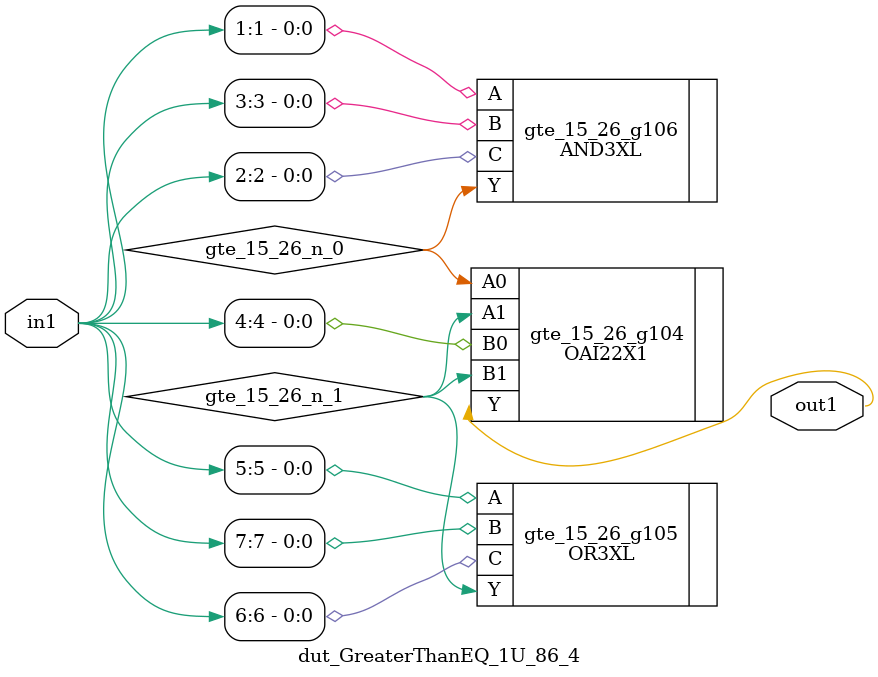
<source format=v>
`timescale 1ps / 1ps


module dut_GreaterThanEQ_1U_86_4(in1, out1);
  input [7:0] in1;
  output out1;
  wire [7:0] in1;
  wire out1;
  wire gte_15_26_n_0, gte_15_26_n_1;
  OAI22X1 gte_15_26_g104(.A0 (gte_15_26_n_0), .A1 (gte_15_26_n_1), .B0
       (in1[4]), .B1 (gte_15_26_n_1), .Y (out1));
  OR3XL gte_15_26_g105(.A (in1[5]), .B (in1[7]), .C (in1[6]), .Y
       (gte_15_26_n_1));
  AND3XL gte_15_26_g106(.A (in1[1]), .B (in1[3]), .C (in1[2]), .Y
       (gte_15_26_n_0));
endmodule



</source>
